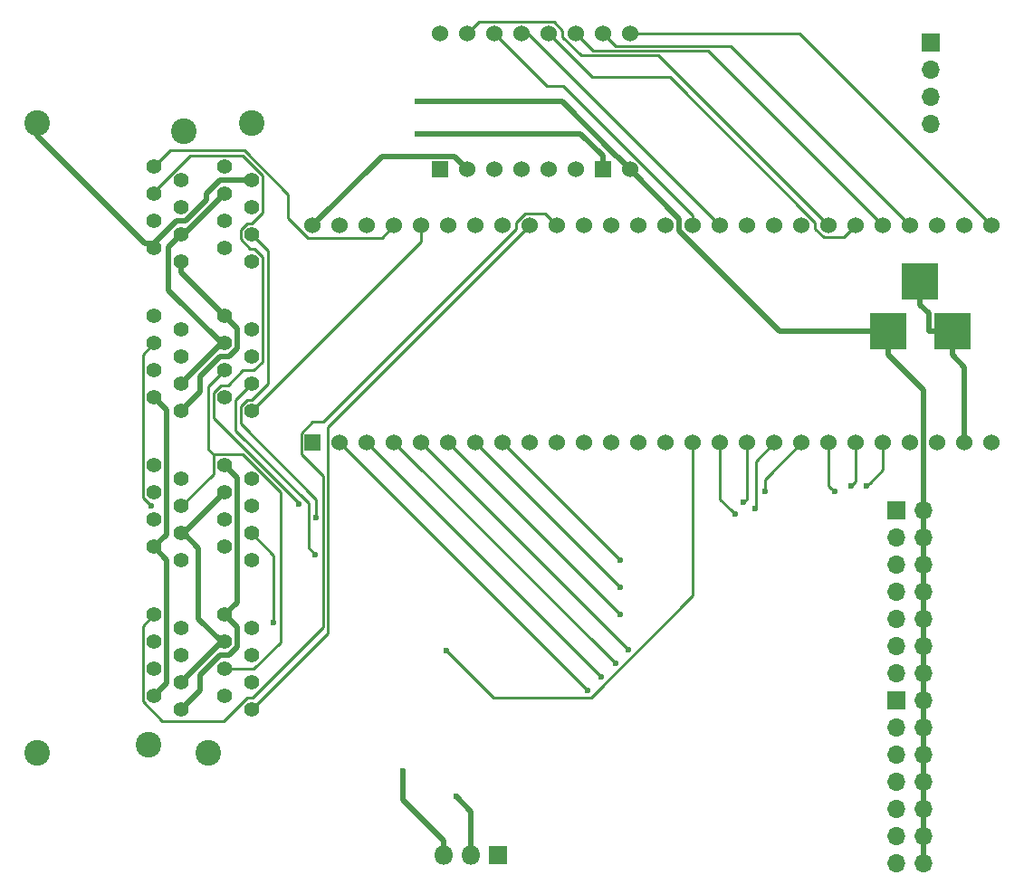
<source format=gbl>
G04 #@! TF.FileFunction,Copper,L2,Bot,Signal*
%FSLAX46Y46*%
G04 Gerber Fmt 4.6, Leading zero omitted, Abs format (unit mm)*
G04 Created by KiCad (PCBNEW 4.0.6) date 11/13/18 16:30:56*
%MOMM*%
%LPD*%
G01*
G04 APERTURE LIST*
%ADD10C,0.100000*%
%ADD11R,1.524000X1.524000*%
%ADD12C,1.524000*%
%ADD13R,1.800000X1.800000*%
%ADD14O,1.800000X1.800000*%
%ADD15C,1.408000*%
%ADD16C,2.400000*%
%ADD17R,3.500000X3.500000*%
%ADD18R,1.700000X1.700000*%
%ADD19O,1.700000X1.700000*%
%ADD20C,0.600000*%
%ADD21C,0.500000*%
%ADD22C,0.250000*%
G04 APERTURE END LIST*
D10*
D11*
X149110000Y-54850000D03*
D12*
X151650000Y-54850000D03*
X154190000Y-54850000D03*
X156730000Y-54850000D03*
X159270000Y-54850000D03*
X161810000Y-54850000D03*
D11*
X164350000Y-54850000D03*
D12*
X166890000Y-54850000D03*
X166890000Y-42150000D03*
X164350000Y-42150000D03*
X161810000Y-42150000D03*
X159270000Y-42150000D03*
X156730000Y-42150000D03*
X154190000Y-42150000D03*
X151650000Y-42150000D03*
X149110000Y-42150000D03*
D13*
X154540000Y-119000000D03*
D14*
X152000000Y-119000000D03*
X149460000Y-119000000D03*
D15*
X131490000Y-63490000D03*
X128950000Y-62220000D03*
X131490000Y-60950000D03*
X128950000Y-59680000D03*
X131490000Y-58410000D03*
X128950000Y-57140000D03*
X131490000Y-55870000D03*
X128950000Y-54600000D03*
X124890000Y-63490000D03*
X122350000Y-62220000D03*
X124890000Y-60950000D03*
X122350000Y-59680000D03*
X124890000Y-58410000D03*
X122350000Y-57140000D03*
X124890000Y-55870000D03*
X122350000Y-54600000D03*
X131490000Y-77460000D03*
X128950000Y-76190000D03*
X131490000Y-74920000D03*
X128950000Y-73650000D03*
X131490000Y-72380000D03*
X128950000Y-71110000D03*
X131490000Y-69840000D03*
X128950000Y-68570000D03*
X124890000Y-77460000D03*
X122350000Y-76190000D03*
X124890000Y-74920000D03*
X122350000Y-73650000D03*
X124890000Y-72380000D03*
X122350000Y-71110000D03*
X124890000Y-69840000D03*
X122350000Y-68570000D03*
X131490000Y-105400000D03*
X128950000Y-104130000D03*
X131490000Y-102860000D03*
X128950000Y-101590000D03*
X131490000Y-100320000D03*
X128950000Y-99050000D03*
X131490000Y-97780000D03*
X128950000Y-96510000D03*
X124890000Y-105400000D03*
X122350000Y-104130000D03*
X124890000Y-102860000D03*
X122350000Y-101590000D03*
X124890000Y-100320000D03*
X122350000Y-99050000D03*
X124890000Y-97780000D03*
X122350000Y-96510000D03*
X131490000Y-91430000D03*
X128950000Y-90160000D03*
X131490000Y-88890000D03*
X128950000Y-87620000D03*
X131490000Y-86350000D03*
X128950000Y-85080000D03*
X131490000Y-83810000D03*
X128950000Y-82540000D03*
X124890000Y-91430000D03*
X122350000Y-90160000D03*
X124890000Y-88890000D03*
X122350000Y-87620000D03*
X124890000Y-86350000D03*
X122350000Y-85080000D03*
X124890000Y-83810000D03*
X122350000Y-82540000D03*
D16*
X111430000Y-109470000D03*
X121850000Y-108710000D03*
X127430000Y-109470000D03*
X111430000Y-50530000D03*
X125150000Y-51290000D03*
X131500000Y-50530000D03*
D11*
X137200000Y-80430000D03*
D12*
X139740000Y-80430000D03*
X142280000Y-80430000D03*
X144820000Y-80430000D03*
X147360000Y-80430000D03*
X149900000Y-80430000D03*
X152440000Y-80430000D03*
X154980000Y-80430000D03*
X157520000Y-80430000D03*
X160060000Y-80430000D03*
X162600000Y-80430000D03*
X165140000Y-80430000D03*
X167680000Y-80430000D03*
X170220000Y-80430000D03*
X172760000Y-80430000D03*
X175300000Y-80430000D03*
X177840000Y-80430000D03*
X180380000Y-80430000D03*
X182920000Y-80430000D03*
X185460000Y-80430000D03*
X188000000Y-80430000D03*
X190540000Y-80430000D03*
X193080000Y-80430000D03*
X195620000Y-80430000D03*
X198160000Y-80430000D03*
X200700000Y-80430000D03*
X198160000Y-60110000D03*
X195620000Y-60110000D03*
X193080000Y-60110000D03*
X190540000Y-60110000D03*
X188000000Y-60110000D03*
X185460000Y-60110000D03*
X182920000Y-60110000D03*
X180380000Y-60110000D03*
X177840000Y-60110000D03*
X175300000Y-60110000D03*
X172760000Y-60110000D03*
X170220000Y-60110000D03*
X167680000Y-60110000D03*
X165140000Y-60110000D03*
X162600000Y-60110000D03*
X160060000Y-60110000D03*
X157520000Y-60110000D03*
X154980000Y-60110000D03*
X152440000Y-60110000D03*
X149900000Y-60110000D03*
X147360000Y-60110000D03*
X144820000Y-60110000D03*
X142280000Y-60110000D03*
X139740000Y-60110000D03*
X137200000Y-60110000D03*
X200700000Y-60110000D03*
D17*
X191000000Y-70000000D03*
X197000000Y-70000000D03*
X194000000Y-65300000D03*
D18*
X191770000Y-104560000D03*
D19*
X194310000Y-104560000D03*
X191770000Y-107100000D03*
X194310000Y-107100000D03*
X191770000Y-109640000D03*
X194310000Y-109640000D03*
X191770000Y-112180000D03*
X194310000Y-112180000D03*
X191770000Y-114720000D03*
X194310000Y-114720000D03*
X191770000Y-117260000D03*
X194310000Y-117260000D03*
X191770000Y-119800000D03*
X194310000Y-119800000D03*
D18*
X191770000Y-86780000D03*
D19*
X194310000Y-86780000D03*
X191770000Y-89320000D03*
X194310000Y-89320000D03*
X191770000Y-91860000D03*
X194310000Y-91860000D03*
X191770000Y-94400000D03*
X194310000Y-94400000D03*
X191770000Y-96940000D03*
X194310000Y-96940000D03*
X191770000Y-99480000D03*
X194310000Y-99480000D03*
X191770000Y-102020000D03*
X194310000Y-102020000D03*
D18*
X195000000Y-42960000D03*
D19*
X195000000Y-45500000D03*
X195000000Y-48040000D03*
X195000000Y-50580000D03*
D20*
X147000000Y-48500000D03*
X147000000Y-51500000D03*
X150580100Y-113495800D03*
X145629700Y-111121000D03*
X137514200Y-87398800D03*
X135857200Y-86135800D03*
X137432700Y-90877700D03*
X122117800Y-86350000D03*
X133539200Y-97278200D03*
X149681200Y-99826500D03*
X162925800Y-103615800D03*
X164180400Y-102330400D03*
X165480400Y-101090400D03*
X166729700Y-99799700D03*
X165949000Y-96479000D03*
X165963900Y-93953900D03*
X165928600Y-91378600D03*
X176672700Y-87064800D03*
X177500000Y-85999974D03*
X178565694Y-86565694D03*
X179500000Y-85000000D03*
X186000000Y-85000002D03*
X187500000Y-84500000D03*
X189000000Y-84500000D03*
D21*
X152000000Y-48500000D02*
X147000000Y-48500000D01*
X152000000Y-48500000D02*
X154500000Y-48500000D01*
X160500000Y-48500000D02*
X154500000Y-48500000D01*
X165637999Y-53637999D02*
X160500000Y-48500000D01*
X166890000Y-54850000D02*
X165677999Y-53637999D01*
X165677999Y-53637999D02*
X165637999Y-53637999D01*
X194310000Y-99480000D02*
X194310000Y-96940000D01*
X194310000Y-96940000D02*
X194310000Y-94400000D01*
X194310000Y-94400000D02*
X194310000Y-91860000D01*
X194310000Y-91860000D02*
X194310000Y-89320000D01*
X194310000Y-99480000D02*
X194310000Y-102020000D01*
X194310000Y-102020000D02*
X194310000Y-104560000D01*
X194310000Y-119800000D02*
X194310000Y-117260000D01*
X194310000Y-117260000D02*
X194310000Y-114720000D01*
X194310000Y-114720000D02*
X194310000Y-112180000D01*
X194310000Y-112180000D02*
X194310000Y-109640000D01*
X194310000Y-109640000D02*
X194310000Y-107100000D01*
X194310000Y-107100000D02*
X194310000Y-104560000D01*
X194310000Y-89320000D02*
X194310000Y-86780000D01*
X194310000Y-75510300D02*
X191000000Y-72200300D01*
X194310000Y-86780000D02*
X194310000Y-75510300D01*
X191000000Y-70000000D02*
X191000000Y-72200300D01*
X124890000Y-64510000D02*
X124890000Y-63490000D01*
X128950000Y-68570000D02*
X124890000Y-64510000D01*
X180869700Y-70000000D02*
X191000000Y-70000000D01*
X171490000Y-60620300D02*
X180869700Y-70000000D01*
X171490000Y-59450000D02*
X171490000Y-60620300D01*
X166890000Y-54850000D02*
X171490000Y-59450000D01*
X130109100Y-69729100D02*
X128950000Y-68570000D01*
X130109100Y-71608800D02*
X130109100Y-69729100D01*
X129337900Y-72380000D02*
X130109100Y-71608800D01*
X128513800Y-72380000D02*
X129337900Y-72380000D01*
X126672300Y-74221500D02*
X128513800Y-72380000D01*
X126672300Y-75677700D02*
X126672300Y-74221500D01*
X124890000Y-77460000D02*
X126672300Y-75677700D01*
X130108700Y-97668700D02*
X128950000Y-96510000D01*
X130108700Y-99549200D02*
X130108700Y-97668700D01*
X129337900Y-100320000D02*
X130108700Y-99549200D01*
X128513800Y-100320000D02*
X129337900Y-100320000D01*
X126672300Y-102161500D02*
X128513800Y-100320000D01*
X126672300Y-103617700D02*
X126672300Y-102161500D01*
X124890000Y-105400000D02*
X126672300Y-103617700D01*
X130104400Y-95355600D02*
X128950000Y-96510000D01*
X130104400Y-83694400D02*
X130104400Y-95355600D01*
X128950000Y-82540000D02*
X130104400Y-83694400D01*
X162262000Y-51500000D02*
X147000000Y-51500000D01*
X164350000Y-54850000D02*
X164350000Y-53588000D01*
X164350000Y-53588000D02*
X162262000Y-51500000D01*
X198160000Y-73360300D02*
X198160000Y-80430000D01*
X197000000Y-72200300D02*
X198160000Y-73360300D01*
X197000000Y-70000000D02*
X197000000Y-72200300D01*
X194799700Y-68300000D02*
X194799700Y-70000000D01*
X194000000Y-67500300D02*
X194799700Y-68300000D01*
X194000000Y-65300000D02*
X194000000Y-67500300D01*
X197000000Y-70000000D02*
X194799700Y-70000000D01*
X152000000Y-114915700D02*
X152000000Y-119000000D01*
X150580100Y-113495800D02*
X152000000Y-114915700D01*
X123562400Y-91372400D02*
X122350000Y-90160000D01*
X123562400Y-102917600D02*
X123562400Y-91372400D01*
X122350000Y-104130000D02*
X123562400Y-102917600D01*
X111430000Y-51714700D02*
X111430000Y-50530000D01*
X121512400Y-61797100D02*
X111430000Y-51714700D01*
X122350000Y-61797100D02*
X121512400Y-61797100D01*
X122350000Y-62220000D02*
X122350000Y-61797100D01*
X128530300Y-55870000D02*
X131490000Y-55870000D01*
X127254500Y-57145800D02*
X128530300Y-55870000D01*
X127254500Y-57725900D02*
X127254500Y-57145800D01*
X125300400Y-59680000D02*
X127254500Y-57725900D01*
X124467100Y-59680000D02*
X125300400Y-59680000D01*
X122350000Y-61797100D02*
X124467100Y-59680000D01*
X123506700Y-77346700D02*
X122350000Y-76190000D01*
X123506700Y-89003300D02*
X123506700Y-77346700D01*
X122350000Y-90160000D02*
X123506700Y-89003300D01*
X150432800Y-53632800D02*
X151650000Y-54850000D01*
X143677200Y-53632800D02*
X150432800Y-53632800D01*
X137200000Y-60110000D02*
X143677200Y-53632800D01*
X124890000Y-74920000D02*
X128700000Y-71110000D01*
X128700000Y-71110000D02*
X128950000Y-71110000D01*
X125140000Y-60950000D02*
X128950000Y-57140000D01*
X124890000Y-60950000D02*
X125140000Y-60950000D01*
X123734400Y-66144400D02*
X128700000Y-71110000D01*
X123734400Y-62105600D02*
X123734400Y-66144400D01*
X124890000Y-60950000D02*
X123734400Y-62105600D01*
X145629700Y-113819400D02*
X149460000Y-117649700D01*
X145629700Y-111121000D02*
X145629700Y-113819400D01*
X149460000Y-119000000D02*
X149460000Y-117649700D01*
X128950000Y-85080000D02*
X125140000Y-88890000D01*
X125140000Y-88890000D02*
X124890000Y-88890000D01*
X126525600Y-90275600D02*
X125140000Y-88890000D01*
X126525600Y-96875600D02*
X126525600Y-90275600D01*
X128700000Y-99050000D02*
X126525600Y-96875600D01*
X124890000Y-102860000D02*
X128700000Y-99050000D01*
X128700000Y-99050000D02*
X128950000Y-99050000D01*
D22*
X137514200Y-85729200D02*
X137514200Y-87398800D01*
X130429800Y-78644800D02*
X137514200Y-85729200D01*
X130429800Y-77034700D02*
X130429800Y-78644800D01*
X131084300Y-76380200D02*
X130429800Y-77034700D01*
X131508600Y-76380200D02*
X131084300Y-76380200D01*
X133000600Y-74888200D02*
X131508600Y-76380200D01*
X133000600Y-62460600D02*
X133000600Y-74888200D01*
X131490000Y-60950000D02*
X133000600Y-62460600D01*
X127911500Y-83328500D02*
X127911500Y-81500000D01*
X124890000Y-86350000D02*
X127911500Y-83328500D01*
X127461200Y-81049700D02*
X127911500Y-81500000D01*
X127461200Y-75138800D02*
X127461200Y-81049700D01*
X128950000Y-73650000D02*
X127461200Y-75138800D01*
X131689700Y-101590000D02*
X128950000Y-101590000D01*
X134192600Y-99087100D02*
X131689700Y-101590000D01*
X134192600Y-85038200D02*
X134192600Y-99087100D01*
X130654400Y-81500000D02*
X134192600Y-85038200D01*
X127911500Y-81500000D02*
X130654400Y-81500000D01*
X135857200Y-86065900D02*
X135857200Y-86135800D01*
X127920600Y-78129300D02*
X135857200Y-86065900D01*
X127920600Y-75763600D02*
X127920600Y-78129300D01*
X128604900Y-75079300D02*
X127920600Y-75763600D01*
X129250200Y-75079300D02*
X128604900Y-75079300D01*
X130679500Y-73650000D02*
X129250200Y-75079300D01*
X131688600Y-73650000D02*
X130679500Y-73650000D01*
X132519300Y-72819300D02*
X131688600Y-73650000D01*
X132519300Y-63036800D02*
X132519300Y-72819300D01*
X131757200Y-62274700D02*
X132519300Y-63036800D01*
X131351900Y-62274700D02*
X131757200Y-62274700D01*
X130460600Y-61383400D02*
X131351900Y-62274700D01*
X130460600Y-60483900D02*
X130460600Y-61383400D01*
X131023900Y-59920600D02*
X130460600Y-60483900D01*
X131509700Y-59920600D02*
X131023900Y-59920600D01*
X132525000Y-58905300D02*
X131509700Y-59920600D01*
X132525000Y-55448100D02*
X132525000Y-58905300D01*
X130636600Y-53559700D02*
X132525000Y-55448100D01*
X125699900Y-53559700D02*
X130636600Y-53559700D01*
X122350000Y-56909600D02*
X125699900Y-53559700D01*
X122350000Y-57140000D02*
X122350000Y-56909600D01*
X123880400Y-53069600D02*
X122350000Y-54600000D01*
X130783500Y-53069600D02*
X123880400Y-53069600D01*
X134905900Y-57192000D02*
X130783500Y-53069600D01*
X134905900Y-59362800D02*
X134905900Y-57192000D01*
X136775400Y-61232300D02*
X134905900Y-59362800D01*
X143697700Y-61232300D02*
X136775400Y-61232300D01*
X144820000Y-60110000D02*
X143697700Y-61232300D01*
X147360000Y-61590000D02*
X147360000Y-60110000D01*
X131490000Y-77460000D02*
X147360000Y-61590000D01*
X136780700Y-90225700D02*
X137432700Y-90877700D01*
X136780700Y-86096500D02*
X136780700Y-90225700D01*
X129979400Y-79295200D02*
X136780700Y-86096500D01*
X129979400Y-76430600D02*
X129979400Y-79295200D01*
X131490000Y-74920000D02*
X129979400Y-76430600D01*
X121318800Y-72141200D02*
X122350000Y-71110000D01*
X121318800Y-85551000D02*
X121318800Y-72141200D01*
X122117800Y-86350000D02*
X121318800Y-85551000D01*
X138637800Y-78992200D02*
X157520000Y-60110000D01*
X138637800Y-98252200D02*
X138637800Y-78992200D01*
X131490000Y-105400000D02*
X138637800Y-98252200D01*
X121311500Y-97548500D02*
X122350000Y-96510000D01*
X121311500Y-104601000D02*
X121311500Y-97548500D01*
X123141300Y-106430800D02*
X121311500Y-104601000D01*
X128887400Y-106430800D02*
X123141300Y-106430800D01*
X131057200Y-104261000D02*
X128887400Y-106430800D01*
X131574500Y-104261000D02*
X131057200Y-104261000D01*
X138139600Y-97695900D02*
X131574500Y-104261000D01*
X138139600Y-83544400D02*
X138139600Y-97695900D01*
X136112600Y-81517400D02*
X138139600Y-83544400D01*
X136112600Y-79511300D02*
X136112600Y-81517400D01*
X137134500Y-78489400D02*
X136112600Y-79511300D01*
X138156500Y-78489400D02*
X137134500Y-78489400D01*
X156250000Y-60395900D02*
X138156500Y-78489400D01*
X156250000Y-59817300D02*
X156250000Y-60395900D01*
X157065200Y-59002100D02*
X156250000Y-59817300D01*
X158952100Y-59002100D02*
X157065200Y-59002100D01*
X160060000Y-60110000D02*
X158952100Y-59002100D01*
X133539200Y-90939200D02*
X133539200Y-97278200D01*
X131490000Y-88890000D02*
X133539200Y-90939200D01*
X172760000Y-94700200D02*
X172760000Y-80430000D01*
X163201300Y-104258900D02*
X172760000Y-94700200D01*
X154113600Y-104258900D02*
X163201300Y-104258900D01*
X149681200Y-99826500D02*
X154113600Y-104258900D01*
X139740000Y-80430000D02*
X162925800Y-103615800D01*
X142280000Y-80430000D02*
X164180400Y-102330400D01*
X144820000Y-80430000D02*
X165480400Y-101090400D01*
X147360000Y-80430000D02*
X166729700Y-99799700D01*
X149900000Y-80430000D02*
X165949000Y-96479000D01*
X152440000Y-80430000D02*
X165963900Y-93953900D01*
X154980000Y-80430000D02*
X165928600Y-91378600D01*
X175300000Y-85692100D02*
X176372701Y-86764801D01*
X176372701Y-86764801D02*
X176672700Y-87064800D01*
X175300000Y-80430000D02*
X175300000Y-85692100D01*
X177799999Y-85699975D02*
X177500000Y-85999974D01*
X177840000Y-85659974D02*
X177799999Y-85699975D01*
X177840000Y-80430000D02*
X177840000Y-85659974D01*
X178625001Y-86374999D02*
X178500000Y-86500000D01*
X180380000Y-80430000D02*
X178625001Y-82184999D01*
X178500000Y-86500000D02*
X178565694Y-86565694D01*
X178625001Y-82184999D02*
X178625001Y-86374999D01*
X179500000Y-85000000D02*
X179500000Y-83850000D01*
X179500000Y-83850000D02*
X179858500Y-83491500D01*
X182920000Y-80430000D02*
X179858500Y-83491500D01*
X185460000Y-80430000D02*
X185460000Y-84460002D01*
X185460000Y-84460002D02*
X185700001Y-84700003D01*
X185700001Y-84700003D02*
X186000000Y-85000002D01*
X188000000Y-84000000D02*
X187799999Y-84200001D01*
X188000000Y-80430000D02*
X188000000Y-84000000D01*
X187799999Y-84200001D02*
X187500000Y-84500000D01*
X190540000Y-82960000D02*
X189299999Y-84200001D01*
X189299999Y-84200001D02*
X189000000Y-84500000D01*
X190540000Y-80430000D02*
X190540000Y-82960000D01*
X182740000Y-42150000D02*
X166890000Y-42150000D01*
X200700000Y-60110000D02*
X182740000Y-42150000D01*
X165483100Y-43283100D02*
X164350000Y-42150000D01*
X176253100Y-43283100D02*
X165483100Y-43283100D01*
X193080000Y-60110000D02*
X176253100Y-43283100D01*
X174163400Y-43733400D02*
X190540000Y-60110000D01*
X163393400Y-43733400D02*
X174163400Y-43733400D01*
X161810000Y-42150000D02*
X163393400Y-43733400D01*
X163345400Y-46225400D02*
X159270000Y-42150000D01*
X170589300Y-46225400D02*
X163345400Y-46225400D01*
X184190000Y-59826100D02*
X170589300Y-46225400D01*
X184190000Y-60408100D02*
X184190000Y-59826100D01*
X184998300Y-61216400D02*
X184190000Y-60408100D01*
X186893600Y-61216400D02*
X184998300Y-61216400D01*
X188000000Y-60110000D02*
X186893600Y-61216400D01*
X157340000Y-42150000D02*
X156730000Y-42150000D01*
X175300000Y-60110000D02*
X157340000Y-42150000D01*
X159087400Y-47047400D02*
X154190000Y-42150000D01*
X160635900Y-47047400D02*
X159087400Y-47047400D01*
X172760000Y-59171500D02*
X160635900Y-47047400D01*
X172760000Y-60110000D02*
X172760000Y-59171500D01*
X152738400Y-41061600D02*
X151650000Y-42150000D01*
X159758700Y-41061600D02*
X152738400Y-41061600D01*
X160540000Y-41842900D02*
X159758700Y-41061600D01*
X160540000Y-42450000D02*
X160540000Y-41842900D01*
X162273700Y-44183700D02*
X160540000Y-42450000D01*
X169533700Y-44183700D02*
X162273700Y-44183700D01*
X185460000Y-60110000D02*
X169533700Y-44183700D01*
M02*

</source>
